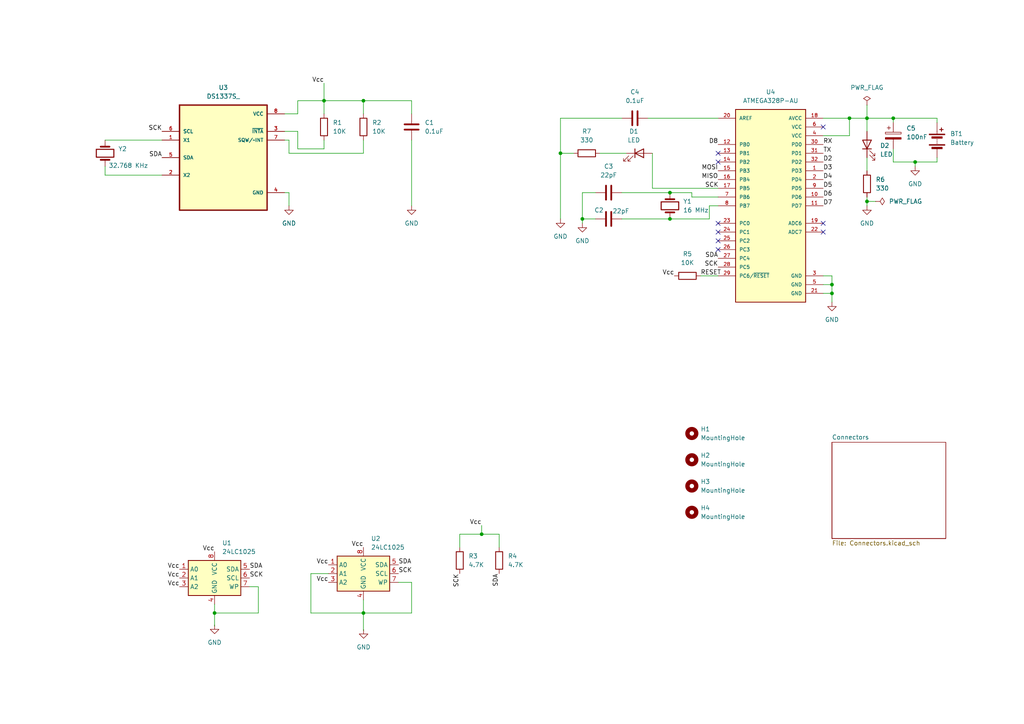
<source format=kicad_sch>
(kicad_sch (version 20231120) (generator "eeschema") (generator_version "7.99")
  (paper "A4")
  (title_block (title "${projectName}") (date "2024-01-01") (rev "Version1") (company "Tech Exploration / Dr. Peter Dalmaris") (comment 1 "Designer : Anıl GÜNDÜZ"))
  (lib_symbols
    (symbol "ATMEGA328P-AU:ATMEGA328P-AU" (pin_names (offset 1.016))
      (property "Reference" "U4" (at 0 33.02 0))
      (property "Value" "ATMEGA328P-AU" (at 0 30.48 0))
      (symbol "ATMEGA328P-AU_0_0"
        (rectangle (start -10.16 -27.94) (end 10.16 27.94) (stroke (width 0.254)) (fill (type background)))
        (pin bidirectional line (at 15.24 10.16 180) (length 5.08) (name "PD3") (number "1"))
        (pin bidirectional line (at 15.24 2.54 180) (length 5.08) (name "PD6") (number "10"))
        (pin bidirectional line (at 15.24 0 180) (length 5.08) (name "PD7") (number "11"))
        (pin bidirectional line (at -15.24 17.78 0) (length 5.08) (name "PB0") (number "12"))
        (pin bidirectional line (at -15.24 15.24 0) (length 5.08) (name "PB1") (number "13"))
        (pin bidirectional line (at -15.24 12.7 0) (length 5.08) (name "PB2") (number "14"))
        (pin bidirectional line (at -15.24 10.16 0) (length 5.08) (name "PB3") (number "15"))
        (pin bidirectional line (at -15.24 7.62 0) (length 5.08) (name "PB4") (number "16"))
        (pin bidirectional line (at -15.24 5.08 0) (length 5.08) (name "PB5") (number "17"))
        (pin power_in line (at 15.24 25.4 180) (length 5.08) (name "AVCC") (number "18"))
        (pin bidirectional line (at 15.24 -5.08 180) (length 5.08) (name "ADC6") (number "19"))
        (pin bidirectional line (at 15.24 7.62 180) (length 5.08) (name "PD4") (number "2"))
        (pin input line (at -15.24 25.4 0) (length 5.08) (name "AREF") (number "20"))
        (pin power_in line (at 15.24 -25.4 180) (length 5.08) (name "GND") (number "21"))
        (pin bidirectional line (at 15.24 -7.62 180) (length 5.08) (name "ADC7") (number "22"))
        (pin bidirectional line (at -15.24 -5.08 0) (length 5.08) (name "PC0") (number "23"))
        (pin bidirectional line (at -15.24 -7.62 0) (length 5.08) (name "PC1") (number "24"))
        (pin bidirectional line (at -15.24 -10.16 0) (length 5.08) (name "PC2") (number "25"))
        (pin bidirectional line (at -15.24 -12.7 0) (length 5.08) (name "PC3") (number "26"))
        (pin bidirectional line (at -15.24 -15.24 0) (length 5.08) (name "PC4") (number "27"))
        (pin bidirectional line (at -15.24 -17.78 0) (length 5.08) (name "PC5") (number "28"))
        (pin bidirectional line (at -15.24 -20.32 0) (length 5.08) (name "PC6/~{RESET}") (number "29"))
        (pin power_in line (at 15.24 -20.32 180) (length 5.08) (name "GND") (number "3"))
        (pin bidirectional line (at 15.24 17.78 180) (length 5.08) (name "PD0") (number "30"))
        (pin bidirectional line (at 15.24 15.24 180) (length 5.08) (name "PD1") (number "31"))
        (pin bidirectional line (at 15.24 12.7 180) (length 5.08) (name "PD2") (number "32"))
        (pin power_in line (at 15.24 20.32 180) (length 5.08) (name "VCC") (number "4"))
        (pin power_in line (at 15.24 -22.86 180) (length 5.08) (name "GND") (number "5"))
        (pin power_in line (at 15.24 22.86 180) (length 5.08) (name "VCC") (number "6"))
        (pin bidirectional line (at -15.24 2.54 0) (length 5.08) (name "PB6") (number "7"))
        (pin bidirectional line (at -15.24 0 0) (length 5.08) (name "PB7") (number "8"))
        (pin bidirectional line (at 15.24 5.08 180) (length 5.08) (name "PD5") (number "9"))
      )
    )
    (symbol "DS1337S_:DS1337S_" (pin_names (offset 1.016))
      (property "Reference" "U" (at -12.7 16.24 0))
      (property "Value" "DS1337S_" (at -12.7 -19.24 0))
      (symbol "DS1337S__0_0"
        (rectangle (start -12.7 -15.24) (end 12.7 15.24) (stroke (width 0.41)) (fill (type background)))
        (pin input line (at -17.78 5.08 0) (length 5.08) (name "X1") (number "1"))
        (pin bidirectional line (at -17.78 -5.08 0) (length 5.08) (name "X2") (number "2"))
        (pin output line (at 17.78 7.62 180) (length 5.08) (name "~{INTA}") (number "3"))
        (pin power_in line (at 17.78 -10.16 180) (length 5.08) (name "GND") (number "4"))
        (pin bidirectional line (at -17.78 0 0) (length 5.08) (name "SDA") (number "5"))
        (pin input line (at -17.78 7.62 0) (length 5.08) (name "SCL") (number "6"))
        (pin output line (at 17.78 5.08 180) (length 5.08) (name "SQW/~INT") (number "7"))
        (pin power_in line (at 17.78 12.7 180) (length 5.08) (name "VCC") (number "8"))
      )
    )
    (symbol "Device:Battery" (pin_numbers hide) (pin_names (offset 0) hide)
      (property "Reference" "BT" (at 2.54 2.54 0))
      (property "Value" "Battery" (at 2.54 0 0))
      (symbol "Battery_0_1"
        (rectangle (start -2.286 -1.27) (end 2.286 -1.524) (fill (type outline)))
        (rectangle (start -2.286 1.778) (end 2.286 1.524) (fill (type outline)))
        (rectangle (start -1.524 -2.032) (end 1.524 -2.54) (fill (type outline)))
        (rectangle (start -1.524 1.016) (end 1.524 0.508) (fill (type outline)))
        (polyline (pts (xy 0 -1.016) (xy 0 -0.762)))
        (polyline (pts (xy 0 -0.508) (xy 0 -0.254)))
        (polyline (pts (xy 0 0) (xy 0 0.254)))
        (polyline (pts (xy 0 1.778) (xy 0 2.54)))
        (polyline (pts (xy 0.762 3.048) (xy 1.778 3.048)) (stroke (width 0.254)))
        (polyline (pts (xy 1.27 3.556) (xy 1.27 2.54)) (stroke (width 0.254)))
      )
      (symbol "Battery_1_1"
        (pin passive line (at 0 5.08 270) (length 2.54) (name "+") (number "1"))
        (pin passive line (at 0 -5.08 90) (length 2.54) (name "-") (number "2"))
      )
    )
    (symbol "Device:C" (pin_numbers hide) (pin_names (offset 0.254))
      (property "Reference" "C" (at 0.635 2.54 0))
      (property "Value" "C" (at 0.635 -2.54 0))
      (symbol "C_0_1"
        (polyline (pts (xy -2.032 -0.762) (xy 2.032 -0.762)) (stroke (width 0.508)))
        (polyline (pts (xy -2.032 0.762) (xy 2.032 0.762)) (stroke (width 0.508)))
      )
      (symbol "C_1_1"
        (pin passive line (at 0 3.81 270) (length 2.794) (name "~") (number "1"))
        (pin passive line (at 0 -3.81 90) (length 2.794) (name "~") (number "2"))
      )
    )
    (symbol "Device:C_Polarized" (pin_numbers hide) (pin_names (offset 0.254))
      (property "Reference" "C" (at 0.635 2.54 0))
      (property "Value" "C_Polarized" (at 0.635 -2.54 0))
      (symbol "C_Polarized_0_1"
        (rectangle (start -2.286 0.508) (end 2.286 1.016))
        (polyline (pts (xy -1.778 2.286) (xy -0.762 2.286)))
        (polyline (pts (xy -1.27 2.794) (xy -1.27 1.778)))
        (rectangle (start 2.286 -0.508) (end -2.286 -1.016) (fill (type outline)))
      )
      (symbol "C_Polarized_1_1"
        (pin passive line (at 0 3.81 270) (length 2.794) (name "~") (number "1"))
        (pin passive line (at 0 -3.81 90) (length 2.794) (name "~") (number "2"))
      )
    )
    (symbol "Device:Crystal" (pin_numbers hide) (pin_names (offset 1.016) hide)
      (property "Reference" "Y" (at 0 3.81 0))
      (property "Value" "Crystal" (at 0 -3.81 0))
      (symbol "Crystal_0_1"
        (rectangle (start -1.143 2.54) (end 1.143 -2.54) (stroke (width 0.3048)))
        (polyline (pts (xy -2.54 0) (xy -1.905 0)))
        (polyline (pts (xy -1.905 -1.27) (xy -1.905 1.27)) (stroke (width 0.508)))
        (polyline (pts (xy 1.905 -1.27) (xy 1.905 1.27)) (stroke (width 0.508)))
        (polyline (pts (xy 2.54 0) (xy 1.905 0)))
      )
      (symbol "Crystal_1_1"
        (pin passive line (at -3.81 0 0) (length 1.27) (name "1") (number "1"))
        (pin passive line (at 3.81 0 180) (length 1.27) (name "2") (number "2"))
      )
    )
    (symbol "Device:LED" (pin_numbers hide) (pin_names (offset 1.016) hide)
      (property "Reference" "D" (at 0 2.54 0))
      (property "Value" "LED" (at 0 -2.54 0))
      (symbol "LED_0_1"
        (polyline (pts (xy -1.27 -1.27) (xy -1.27 1.27)) (stroke (width 0.254)))
        (polyline (pts (xy -1.27 0) (xy 1.27 0)))
        (polyline (pts (xy 1.27 -1.27) (xy 1.27 1.27) (xy -1.27 0) (xy 1.27 -1.27)) (stroke (width 0.254)))
        (polyline (pts (xy -3.048 -0.762) (xy -4.572 -2.286) (xy -3.81 -2.286) (xy -4.572 -2.286) (xy -4.572 -1.524)))
        (polyline (pts (xy -1.778 -0.762) (xy -3.302 -2.286) (xy -2.54 -2.286) (xy -3.302 -2.286) (xy -3.302 -1.524)))
      )
      (symbol "LED_1_1"
        (pin passive line (at -3.81 0 0) (length 2.54) (name "K") (number "1"))
        (pin passive line (at 3.81 0 180) (length 2.54) (name "A") (number "2"))
      )
    )
    (symbol "Device:R" (pin_numbers hide) (pin_names (offset 0))
      (property "Reference" "R" (at 2.032 0 90))
      (property "Value" "R" (at 0 0 90))
      (symbol "R_0_1"
        (rectangle (start -1.016 -2.54) (end 1.016 2.54) (stroke (width 0.254)))
      )
      (symbol "R_1_1"
        (pin passive line (at 0 3.81 270) (length 1.27) (name "~") (number "1"))
        (pin passive line (at 0 -3.81 90) (length 1.27) (name "~") (number "2"))
      )
    )
    (symbol "Mechanical:MountingHole" (pin_names (offset 1.016))
      (property "Reference" "H" (at 0 5.08 0))
      (property "Value" "MountingHole" (at 0 3.175 0))
      (symbol "MountingHole_0_1"
        (circle (center 0 0) (radius 1.27) (stroke (width 1.27)))
      )
    )
    (symbol "Memory_EEPROM:24LC1025"
      (property "Reference" "U" (at -6.35 6.35 0))
      (property "Value" "24LC1025" (at 1.27 6.35 0))
      (symbol "24LC1025_1_1"
        (rectangle (start -7.62 5.08) (end 7.62 -5.08) (stroke (width 0.254)) (fill (type background)))
        (pin input line (at -10.16 2.54 0) (length 2.54) (name "A0") (number "1"))
        (pin input line (at -10.16 0 0) (length 2.54) (name "A1") (number "2"))
        (pin input line (at -10.16 -2.54 0) (length 2.54) (name "A2") (number "3"))
        (pin power_in line (at 0 -7.62 90) (length 2.54) (name "GND") (number "4"))
        (pin bidirectional line (at 10.16 2.54 180) (length 2.54) (name "SDA") (number "5"))
        (pin input line (at 10.16 0 180) (length 2.54) (name "SCL") (number "6"))
        (pin input line (at 10.16 -2.54 180) (length 2.54) (name "WP") (number "7"))
        (pin power_in line (at 0 7.62 270) (length 2.54) (name "VCC") (number "8"))
      )
    )
    (symbol "power:GND" (power) (pin_names (offset 0))
      (property "Value" "GND" (at 0 -3.81 0))
      (symbol "GND_0_1"
        (polyline (pts (xy 0 0) (xy 0 -1.27) (xy 1.27 -1.27) (xy 0 -2.54) (xy -1.27 -1.27) (xy 0 -1.27)))
      )
      (symbol "GND_1_1"
        (pin power_in line (at 0 0 270) (length 0) hide (name "GND") (number "1"))
      )
    )
    (symbol "power:PWR_FLAG" (power) (pin_numbers hide) (pin_names (offset 0) hide)
      (property "Value" "PWR_FLAG" (at 0 3.81 0))
      (symbol "PWR_FLAG_0_0"
        (pin power_out line (at 0 0 90) (length 0) (name "pwr") (number "1"))
      )
      (symbol "PWR_FLAG_0_1"
        (polyline (pts (xy 0 0) (xy 0 1.27) (xy -1.016 1.905) (xy 0 2.54) (xy 1.016 1.905) (xy 0 1.27)))
      )
    )
  )
  (junction (at 62.23 177.8))
  (junction (at 251.46 58.42))
  (junction (at 194.31 63.5))
  (junction (at 251.46 34.29))
  (junction (at 265.43 46.99))
  (junction (at 241.3 85.09))
  (junction (at 105.41 177.8))
  (junction (at 259.08 34.29))
  (junction (at 241.3 82.55))
  (junction (at 246.38 34.29))
  (junction (at 168.91 63.5))
  (junction (at 105.41 29.21))
  (junction (at 162.56 44.45))
  (junction (at 139.7 154.94))
  (junction (at 194.31 55.88))
  (junction (at 93.98 29.21))
  (no_connect (at 208.28 67.31))
  (no_connect (at 238.76 36.83))
  (no_connect (at 208.28 44.45))
  (no_connect (at 208.28 69.85))
  (no_connect (at 208.28 72.39))
  (no_connect (at 238.76 67.31))
  (no_connect (at 238.76 64.77))
  (no_connect (at 208.28 46.99))
  (no_connect (at 208.28 64.77))
  (wire (pts (xy 251.46 57.15) (xy 251.46 58.42)))
  (wire (pts (xy 205.74 63.5) (xy 194.31 63.5)))
  (wire (pts (xy 105.41 173.99) (xy 105.41 177.8)))
  (wire (pts (xy 238.76 34.29) (xy 246.38 34.29)))
  (wire (pts (xy 162.56 44.45) (xy 166.37 44.45)))
  (wire (pts (xy 251.46 34.29) (xy 251.46 38.1)))
  (wire (pts (xy 105.41 29.21) (xy 105.41 33.02)))
  (wire (pts (xy 90.17 177.8) (xy 105.41 177.8)))
  (wire (pts (xy 246.38 34.29) (xy 251.46 34.29)))
  (wire (pts (xy 241.3 85.09) (xy 241.3 87.63)))
  (wire (pts (xy 86.36 29.21) (xy 93.98 29.21)))
  (wire (pts (xy 30.48 50.8) (xy 46.99 50.8)))
  (wire (pts (xy 189.23 54.61) (xy 208.28 54.61)))
  (wire (pts (xy 82.55 33.02) (xy 86.36 33.02)))
  (wire (pts (xy 251.46 45.72) (xy 251.46 49.53)))
  (wire (pts (xy 259.08 34.29) (xy 259.08 35.56)))
  (wire (pts (xy 83.82 40.64) (xy 83.82 44.45)))
  (wire (pts (xy 72.39 170.18) (xy 74.93 170.18)))
  (wire (pts (xy 271.78 46.99) (xy 271.78 45.72)))
  (wire (pts (xy 82.55 55.88) (xy 83.82 55.88)))
  (wire (pts (xy 86.36 33.02) (xy 86.36 29.21)))
  (wire (pts (xy 265.43 46.99) (xy 265.43 48.26)))
  (wire (pts (xy 86.36 43.18) (xy 93.98 43.18)))
  (wire (pts (xy 74.93 170.18) (xy 74.93 177.8)))
  (wire (pts (xy 259.08 43.18) (xy 259.08 46.99)))
  (wire (pts (xy 251.46 58.42) (xy 254 58.42)))
  (wire (pts (xy 105.41 29.21) (xy 119.38 29.21)))
  (wire (pts (xy 203.2 80.01) (xy 208.28 80.01)))
  (wire (pts (xy 238.76 85.09) (xy 241.3 85.09)))
  (wire (pts (xy 82.55 38.1) (xy 86.36 38.1)))
  (wire (pts (xy 162.56 63.5) (xy 162.56 44.45)))
  (wire (pts (xy 271.78 35.56) (xy 271.78 34.29)))
  (wire (pts (xy 83.82 44.45) (xy 105.41 44.45)))
  (wire (pts (xy 168.91 55.88) (xy 168.91 63.5)))
  (wire (pts (xy 259.08 46.99) (xy 265.43 46.99)))
  (wire (pts (xy 115.57 168.91) (xy 119.38 168.91)))
  (wire (pts (xy 241.3 82.55) (xy 241.3 85.09)))
  (wire (pts (xy 208.28 57.15) (xy 200.66 57.15)))
  (wire (pts (xy 139.7 152.4) (xy 139.7 154.94)))
  (wire (pts (xy 200.66 57.15) (xy 200.66 55.88)))
  (wire (pts (xy 62.23 175.26) (xy 62.23 177.8)))
  (wire (pts (xy 241.3 80.01) (xy 241.3 82.55)))
  (wire (pts (xy 265.43 46.99) (xy 271.78 46.99)))
  (wire (pts (xy 180.34 55.88) (xy 194.31 55.88)))
  (wire (pts (xy 30.48 40.64) (xy 46.99 40.64)))
  (wire (pts (xy 86.36 38.1) (xy 86.36 43.18)))
  (wire (pts (xy 238.76 82.55) (xy 241.3 82.55)))
  (wire (pts (xy 205.74 59.69) (xy 205.74 63.5)))
  (wire (pts (xy 251.46 30.48) (xy 251.46 34.29)))
  (wire (pts (xy 30.48 48.26) (xy 30.48 50.8)))
  (wire (pts (xy 187.96 34.29) (xy 208.28 34.29)))
  (wire (pts (xy 62.23 177.8) (xy 74.93 177.8)))
  (wire (pts (xy 238.76 80.01) (xy 241.3 80.01)))
  (wire (pts (xy 93.98 29.21) (xy 105.41 29.21)))
  (wire (pts (xy 259.08 34.29) (xy 271.78 34.29)))
  (wire (pts (xy 119.38 40.64) (xy 119.38 59.69)))
  (wire (pts (xy 172.72 55.88) (xy 168.91 55.88)))
  (wire (pts (xy 200.66 55.88) (xy 194.31 55.88)))
  (wire (pts (xy 82.55 40.64) (xy 83.82 40.64)))
  (wire (pts (xy 251.46 58.42) (xy 251.46 59.69)))
  (wire (pts (xy 93.98 43.18) (xy 93.98 40.64)))
  (wire (pts (xy 93.98 29.21) (xy 93.98 33.02)))
  (wire (pts (xy 133.35 154.94) (xy 139.7 154.94)))
  (wire (pts (xy 83.82 55.88) (xy 83.82 59.69)))
  (wire (pts (xy 168.91 63.5) (xy 168.91 64.77)))
  (wire (pts (xy 238.76 39.37) (xy 246.38 39.37)))
  (wire (pts (xy 246.38 39.37) (xy 246.38 34.29)))
  (wire (pts (xy 105.41 177.8) (xy 105.41 182.88)))
  (wire (pts (xy 180.34 34.29) (xy 162.56 34.29)))
  (wire (pts (xy 95.25 166.37) (xy 90.17 166.37)))
  (wire (pts (xy 173.99 44.45) (xy 181.61 44.45)))
  (wire (pts (xy 119.38 177.8) (xy 105.41 177.8)))
  (wire (pts (xy 133.35 158.75) (xy 133.35 154.94)))
  (wire (pts (xy 93.98 24.13) (xy 93.98 29.21)))
  (wire (pts (xy 251.46 34.29) (xy 259.08 34.29)))
  (wire (pts (xy 119.38 29.21) (xy 119.38 33.02)))
  (wire (pts (xy 168.91 63.5) (xy 172.72 63.5)))
  (wire (pts (xy 139.7 154.94) (xy 144.78 154.94)))
  (wire (pts (xy 62.23 177.8) (xy 62.23 181.61)))
  (wire (pts (xy 144.78 154.94) (xy 144.78 158.75)))
  (wire (pts (xy 90.17 166.37) (xy 90.17 177.8)))
  (wire (pts (xy 162.56 34.29) (xy 162.56 44.45)))
  (wire (pts (xy 180.34 63.5) (xy 194.31 63.5)))
  (wire (pts (xy 208.28 59.69) (xy 205.74 59.69)))
  (wire (pts (xy 119.38 168.91) (xy 119.38 177.8)))
  (wire (pts (xy 189.23 44.45) (xy 189.23 54.61)))
  (wire (pts (xy 105.41 40.64) (xy 105.41 44.45)))
  (label "SDA" (at 72.39 165.1 0))
  (label "SDA" (at 144.78 166.37 270))
  (label "D2" (at 238.76 46.99 0))
  (label "Vcc" (at 95.25 163.83 180))
  (label "Vcc" (at 105.41 158.75 180))
  (label "SCK" (at 133.35 166.37 270))
  (label "TX" (at 238.76 44.45 0))
  (label "Vcc" (at 52.07 165.1 180))
  (label "Vcc" (at 52.07 170.18 180))
  (label "Vcc" (at 139.7 152.4 180))
  (label "D5" (at 238.76 54.61 0))
  (label "SDA" (at 208.28 74.93 180))
  (label "SCK" (at 115.57 166.37 0))
  (label "SCK" (at 208.28 77.47 180))
  (label "Vcc" (at 62.23 160.02 180))
  (label "SDA" (at 46.99 45.72 180))
  (label "Vcc" (at 52.07 167.64 180))
  (label "SCK" (at 204.47 54.61 0))
  (label "MISO" (at 208.28 52.07 180))
  (label "RX" (at 238.76 41.91 0))
  (label "D3" (at 238.76 49.53 0))
  (label "D8" (at 208.28 41.91 180))
  (label "RESET" (at 203.2 80.01 0))
  (label "SCK" (at 46.99 38.1 180))
  (label "D4" (at 238.76 52.07 0))
  (label "Vcc" (at 95.25 168.91 180))
  (label "SCK" (at 72.39 167.64 0))
  (label "D7" (at 238.76 59.69 0))
  (label "D6" (at 238.76 57.15 0))
  (label "Vcc" (at 195.58 80.01 180))
  (label "MOSI" (at 208.28 49.53 180))
  (label "SDA" (at 115.57 163.83 0))
  (label "Vcc" (at 93.98 24.13 180))
  (symbol (lib_id "Device:R") (at 105.41 36.83 0) (unit 1)
    (property "Reference" "R2" (at 107.95 35.5599 0) (effects (justify left)))
    (property "Value" "10K" (at 107.95 38.0999 0) (effects (justify left)))
    (property "Footprint" "Resistor_SMD:R_0805_2012Metric" (effects (hide yes)))
    (property "Description" "Resistor" (effects (hide yes)))
  )
  (symbol (lib_id "Device:C") (at 119.38 36.83 0) (unit 1)
    (property "Reference" "C1" (at 123.19 35.5599 0) (effects (justify left)))
    (property "Value" "0.1uF" (at 123.19 38.0999 0) (effects (justify left)))
    (property "Footprint" "Capacitor_SMD:C_0805_2012Metric" (effects (hide yes)))
    (property "Description" "Unpolarized capacitor" (effects (hide yes)))
  )
  (symbol (lib_id "Mechanical:MountingHole") (at 200.66 148.59 0) (unit 1)
    (property "Reference" "H4" (at 203.2 147.3199 0) (effects (justify left)))
    (property "Value" "MountingHole" (at 203.2 149.8599 0) (effects (justify left)))
    (property "Footprint" "MountingHole:MountingHole_2.1mm" (effects (hide yes)))
    (property "Description" "Mounting Hole without connection" (effects (hide yes)))
  )
  (symbol (lib_id "power:GND") (at 265.43 48.26 0) (unit 1)
    (property "Reference" "#PWR07" (effects (hide yes)))
    (property "Value" "GND" (at 265.43 53.34 0))
    (property "Description" "Power symbol creates a global label with name \"GND\" , ground" (effects (hide yes)))
  )
  (symbol (lib_id "Device:R") (at 170.18 44.45 90) (unit 1)
    (property "Reference" "R7" (at 170.18 38.1 90))
    (property "Value" "330" (at 170.18 40.64 90))
    (property "Footprint" "Resistor_SMD:R_0805_2012Metric" (effects (hide yes)))
    (property "Description" "Resistor" (effects (hide yes)))
  )
  (symbol (lib_id "DS1337S_:DS1337S_") (at 64.77 45.72 0) (unit 1)
    (property "Reference" "U3" (at 64.77 25.4 0))
    (property "Value" "DS1337S_" (at 64.77 27.94 0))
    (property "Footprint" "MCU DataLogger Footprints:SOIC127P600X175-8N" (effects (hide yes)))
    (property "MF" "Analog Devices" (effects (hide yes)))
    (property "Description_1" "\nReal Time Clock (RTC) IC Clock/Calendar - I²C, 2-Wire Serial 8-SOIC (0.154, 3.90mm Width)\n" (effects (hide yes)))
    (property "Package" "SOIC-8 Maxim" (effects (hide yes)))
    (property "Price" "None" (effects (hide yes)))
    (property "SnapEDA_Link" "https://www.snapeda.com/parts/DS1337S/Analog+Devices/view-part/?ref=snap" (effects (hide yes)))
    (property "MP" "DS1337S" (effects (hide yes)))
    (property "Purchase-URL" "https://www.snapeda.com/api/url_track_click_mouser/?unipart_id=2748190&manufacturer=Analog Devices&part_name=DS1337S&search_term=ds1337s" (effects (hide yes)))
    (property "Availability" "In Stock" (effects (hide yes)))
    (property "Check_prices" "https://www.snapeda.com/parts/DS1337S/Analog+Devices/view-part/?ref=eda" (effects (hide yes)))
  )
  (symbol (lib_id "Mechanical:MountingHole") (at 200.66 125.73 0) (unit 1)
    (property "Reference" "H1" (at 203.2 124.4599 0) (effects (justify left)))
    (property "Value" "MountingHole" (at 203.2 126.9999 0) (effects (justify left)))
    (property "Footprint" "MountingHole:MountingHole_2.1mm" (effects (hide yes)))
    (property "Description" "Mounting Hole without connection" (effects (hide yes)))
  )
  (symbol (lib_id "power:GND") (at 251.46 59.69 0) (unit 1)
    (property "Reference" "#PWR06" (effects (hide yes)))
    (property "Value" "GND" (at 251.46 64.77 0))
    (property "Description" "Power symbol creates a global label with name \"GND\" , ground" (effects (hide yes)))
  )
  (symbol (lib_id "Mechanical:MountingHole") (at 200.66 140.97 0) (unit 1)
    (property "Reference" "H3" (at 203.2 139.6999 0) (effects (justify left)))
    (property "Value" "MountingHole" (at 203.2 142.2399 0) (effects (justify left)))
    (property "Footprint" "MountingHole:MountingHole_2.1mm" (effects (hide yes)))
    (property "Description" "Mounting Hole without connection" (effects (hide yes)))
  )
  (symbol (lib_id "power:PWR_FLAG") (at 254 58.42 270) (unit 1)
    (property "Reference" "#FLG02" (effects (hide yes)))
    (property "Value" "PWR_FLAG" (at 257.81 58.4199 90) (effects (justify left)))
    (property "Description" "Special symbol for telling ERC where power comes from" (effects (hide yes)))
  )
  (symbol (lib_id "Device:R") (at 199.39 80.01 90) (unit 1)
    (property "Reference" "R5" (at 199.39 73.66 90))
    (property "Value" "10K" (at 199.39 76.2 90))
    (property "Footprint" "Resistor_SMD:R_0805_2012Metric" (effects (hide yes)))
    (property "Description" "Resistor" (effects (hide yes)))
  )
  (symbol (lib_id "power:GND") (at 119.38 59.69 0) (unit 1)
    (property "Reference" "#PWR02" (effects (hide yes)))
    (property "Value" "GND" (at 119.38 64.77 0))
    (property "Description" "Power symbol creates a global label with name \"GND\" , ground" (effects (hide yes)))
  )
  (symbol (lib_id "power:GND") (at 62.2401 181.2659 0) (unit 1)
    (property "Reference" "#PWR03" (effects (hide yes)))
    (property "Value" "GND" (at 62.2401 186.3459 0))
    (property "Description" "Power symbol creates a global label with name \"GND\" , ground" (effects (hide yes)))
  )
  (symbol (lib_id "Device:C") (at 184.15 34.29 90) (unit 1)
    (property "Reference" "C4" (at 184.15 26.67 90))
    (property "Value" "0.1uF" (at 184.15 29.21 90))
    (property "Footprint" "Capacitor_SMD:C_0805_2012Metric" (effects (hide yes)))
    (property "Description" "Unpolarized capacitor" (effects (hide yes)))
  )
  (symbol (lib_id "ATMEGA328P-AU:ATMEGA328P-AU") (at 223.52 59.69 0) (unit 1)
    (property "Reference" "U4" (at 223.52 26.67 0))
    (property "Value" "ATMEGA328P-AU" (at 223.52 29.21 0))
    (property "Footprint" "MCU DataLogger Footprints:QFP80P900X900X120-32N" (effects (hide yes)))
    (property "MF" "Microchip" (effects (hide yes)))
    (property "MAXIMUM_PACKAGE_HEIGHT" "1.20mm" (effects (hide yes)))
    (property "Package" "TQFP-32 Microchip" (effects (hide yes)))
    (property "Price" "None" (effects (hide yes)))
    (property "Check_prices" "https://www.snapeda.com/parts/ATMEGA328P-AU/Microchip/view-part/?ref=eda" (effects (hide yes)))
    (property "STANDARD" "IPC-7351B" (effects (hide yes)))
    (property "PARTREV" "8271A" (effects (hide yes)))
    (property "SnapEDA_Link" "https://www.snapeda.com/parts/ATMEGA328P-AU/Microchip/view-part/?ref=snap" (effects (hide yes)))
    (property "MP" "ATMEGA328P-AU" (effects (hide yes)))
    (property "Purchase-URL" "https://www.snapeda.com/api/url_track_click_mouser/?unipart_id=44280&manufacturer=Microchip&part_name=ATMEGA328P-AU&search_term=atmega328p" (effects (hide yes)))
    (property "Description_1" "\nAVR AVR® ATmega Microcontroller IC 8-Bit 20MHz 32KB (16K x 16) FLASH 32-TQFP (7x7)\n" (effects (hide yes)))
    (property "Availability" "In Stock" (effects (hide yes)))
    (property "MANUFACTURER" "Microchip" (effects (hide yes)))
  )
  (symbol (lib_id "power:GND") (at 83.82 59.69 0) (unit 1)
    (property "Reference" "#PWR01" (effects (hide yes)))
    (property "Value" "GND" (at 83.82 64.77 0))
    (property "Description" "Power symbol creates a global label with name \"GND\" , ground" (effects (hide yes)))
  )
  (symbol (lib_id "Device:LED") (at 185.42 44.45 0) (unit 1)
    (property "Reference" "D1" (at 183.8325 38.1 0))
    (property "Value" "LED" (at 183.8325 40.64 0))
    (property "Footprint" "LED_SMD:LED_0805_2012Metric" (effects (hide yes)))
    (property "Description" "Light emitting diode" (effects (hide yes)))
  )
  (symbol (lib_id "Device:Crystal") (at 30.48 44.45 90) (unit 1)
    (property "Reference" "Y2" (at 34.29 43.1799 90) (effects (justify right)))
    (property "Value" "32.768 KHz" (at 31.496 48.006 90) (effects (justify right)))
    (property "Footprint" "Crystal:Crystal_SMD_5032-2Pin_5.0x3.2mm_HandSoldering" (effects (hide yes)))
    (property "Description" "Two pin crystal" (effects (hide yes)))
  )
  (symbol (lib_id "Device:LED") (at 251.46 41.91 90) (unit 1)
    (property "Reference" "D2" (at 255.27 42.2274 90) (effects (justify right)))
    (property "Value" "LED" (at 255.27 44.7674 90) (effects (justify right)))
    (property "Footprint" "LED_SMD:LED_0805_2012Metric" (effects (hide yes)))
    (property "Description" "Light emitting diode" (effects (hide yes)))
  )
  (symbol (lib_id "Device:R") (at 144.78 162.56 0) (unit 1)
    (property "Reference" "R4" (at 147.32 161.2899 0) (effects (justify left)))
    (property "Value" "4.7K" (at 147.32 163.8299 0) (effects (justify left)))
    (property "Footprint" "Resistor_SMD:R_0805_2012Metric" (effects (hide yes)))
    (property "Description" "Resistor" (effects (hide yes)))
  )
  (symbol (lib_id "Device:Crystal") (at 194.31 59.69 90) (unit 1)
    (property "Reference" "Y1" (at 198.12 58.4199 90) (effects (justify right)))
    (property "Value" "16 MHz" (at 198.12 60.9599 90) (effects (justify right)))
    (property "Footprint" "Crystal:Crystal_SMD_5032-2Pin_5.0x3.2mm_HandSoldering" (effects (hide yes)))
    (property "Description" "Two pin crystal" (effects (hide yes)))
  )
  (symbol (lib_id "Device:R") (at 93.98 36.83 0) (unit 1)
    (property "Reference" "R1" (at 96.52 35.5599 0) (effects (justify left)))
    (property "Value" "10K" (at 96.52 38.0999 0) (effects (justify left)))
    (property "Footprint" "Resistor_SMD:R_0805_2012Metric" (effects (hide yes)))
    (property "Description" "Resistor" (effects (hide yes)))
  )
  (symbol (lib_id "power:PWR_FLAG") (at 251.46 30.48 0) (unit 1)
    (property "Reference" "#FLG01" (effects (hide yes)))
    (property "Value" "PWR_FLAG" (at 251.46 25.4 0))
    (property "Description" "Special symbol for telling ERC where power comes from" (effects (hide yes)))
  )
  (symbol (lib_id "Device:C") (at 176.53 55.88 90) (unit 1)
    (property "Reference" "C3" (at 176.53 48.26 90))
    (property "Value" "22pF" (at 176.53 50.8 90))
    (property "Footprint" "Capacitor_SMD:C_0805_2012Metric" (effects (hide yes)))
    (property "Description" "Unpolarized capacitor" (effects (hide yes)))
  )
  (symbol (lib_id "Device:C") (at 176.53 63.5 90) (unit 1)
    (property "Reference" "C2" (at 173.736 60.96 90))
    (property "Value" "22pF" (at 180.086 61.214 90))
    (property "Footprint" "Capacitor_SMD:C_0805_2012Metric" (effects (hide yes)))
    (property "Description" "Unpolarized capacitor" (effects (hide yes)))
  )
  (symbol (lib_id "Device:Battery") (at 271.78 40.64 0) (unit 1)
    (property "Reference" "BT1" (at 275.59 38.7984 0) (effects (justify left)))
    (property "Value" "Battery" (at 275.59 41.3384 0) (effects (justify left)))
    (property "Footprint" "Connector_PinHeader_2.54mm:PinHeader_1x02_P2.54mm_Vertical" (effects (hide yes)))
    (property "Description" "Multiple-cell battery" (effects (hide yes)))
  )
  (symbol (lib_id "Device:C_Polarized") (at 259.08 39.37 0) (unit 1)
    (property "Reference" "C5" (at 262.89 37.2109 0) (effects (justify left)))
    (property "Value" "100nF" (at 262.89 39.7509 0) (effects (justify left)))
    (property "Footprint" "Capacitor_SMD:C_0805_2012Metric" (effects (hide yes)))
    (property "Description" "Polarized capacitor" (effects (hide yes)))
  )
  (symbol (lib_id "Memory_EEPROM:24LC1025") (at 105.41 166.37 0) (unit 1)
    (property "Reference" "U2" (at 107.6041 156.21 0) (effects (justify left)))
    (property "Value" "24LC1025" (at 107.6041 158.75 0) (effects (justify left)))
    (property "Footprint" "Package_SO:SOIC-8_5.23x5.23mm_P1.27mm" (effects (hide yes)))
    (property "Datasheet" "http://ww1.microchip.com/downloads/en/DeviceDoc/21941B.pdf" (effects (hide yes)))
    (property "Description" "I2C Serial EEPROM, 1024Kb, DIP-8/SOIC-8/TSSOP-8/DFN-8" (effects (hide yes)))
  )
  (symbol (lib_id "Memory_EEPROM:24LC1025") (at 62.23 167.64 0) (unit 1)
    (property "Reference" "U1" (at 64.4241 157.48 0) (effects (justify left)))
    (property "Value" "24LC1025" (at 64.4241 160.02 0) (effects (justify left)))
    (property "Footprint" "Package_SO:SOIC-8_5.23x5.23mm_P1.27mm" (effects (hide yes)))
    (property "Datasheet" "http://ww1.microchip.com/downloads/en/DeviceDoc/21941B.pdf" (effects (hide yes)))
    (property "Description" "I2C Serial EEPROM, 1024Kb, DIP-8/SOIC-8/TSSOP-8/DFN-8" (effects (hide yes)))
  )
  (symbol (lib_id "Device:R") (at 133.35 162.56 0) (unit 1)
    (property "Reference" "R3" (at 135.89 161.2899 0) (effects (justify left)))
    (property "Value" "4.7K" (at 135.89 163.8299 0) (effects (justify left)))
    (property "Footprint" "Resistor_SMD:R_0805_2012Metric" (effects (hide yes)))
    (property "Description" "Resistor" (effects (hide yes)))
  )
  (symbol (lib_id "Mechanical:MountingHole") (at 200.66 133.35 0) (unit 1)
    (property "Reference" "H2" (at 203.2 132.0799 0) (effects (justify left)))
    (property "Value" "MountingHole" (at 203.2 134.6199 0) (effects (justify left)))
    (property "Footprint" "MountingHole:MountingHole_2.1mm" (effects (hide yes)))
    (property "Description" "Mounting Hole without connection" (effects (hide yes)))
  )
  (symbol (lib_id "power:GND") (at 162.56 63.5 0) (unit 1)
    (property "Reference" "#PWR09" (effects (hide yes)))
    (property "Value" "GND" (at 162.56 68.58 0))
    (property "Description" "Power symbol creates a global label with name \"GND\" , ground" (effects (hide yes)))
  )
  (symbol (lib_id "power:GND") (at 168.91 64.77 0) (unit 1)
    (property "Reference" "#PWR08" (effects (hide yes)))
    (property "Value" "GND" (at 168.91 69.85 0))
    (property "Description" "Power symbol creates a global label with name \"GND\" , ground" (effects (hide yes)))
  )
  (symbol (lib_id "power:GND") (at 105.4534 182.6058 0) (unit 1)
    (property "Reference" "#PWR04" (effects (hide yes)))
    (property "Value" "GND" (at 105.4534 187.6858 0))
    (property "Description" "Power symbol creates a global label with name \"GND\" , ground" (effects (hide yes)))
  )
  (symbol (lib_id "power:GND") (at 241.3 87.63 0) (unit 1)
    (property "Reference" "#PWR05" (effects (hide yes)))
    (property "Value" "GND" (at 241.3 92.71 0))
    (property "Description" "Power symbol creates a global label with name \"GND\" , ground" (effects (hide yes)))
  )
  (symbol (lib_id "Device:R") (at 251.46 53.34 0) (unit 1)
    (property "Reference" "R6" (at 254 52.0699 0) (effects (justify left)))
    (property "Value" "330" (at 254 54.6099 0) (effects (justify left)))
    (property "Footprint" "Resistor_SMD:R_0805_2012Metric" (effects (hide yes)))
    (property "Description" "Resistor" (effects (hide yes)))
  )
  (sheet (at 241.3 128.27) (size 33.02 27.94) (stroke (width 0.1524))
    (property "Sheetname" "Connectors" (at 241.3 127.5584 0) (effects (justify left bottom)))
    (property "Sheetfile" "Connectors.kicad_sch" (at 241.3 156.7946 0) (effects (justify left top)))
  )
)
</source>
